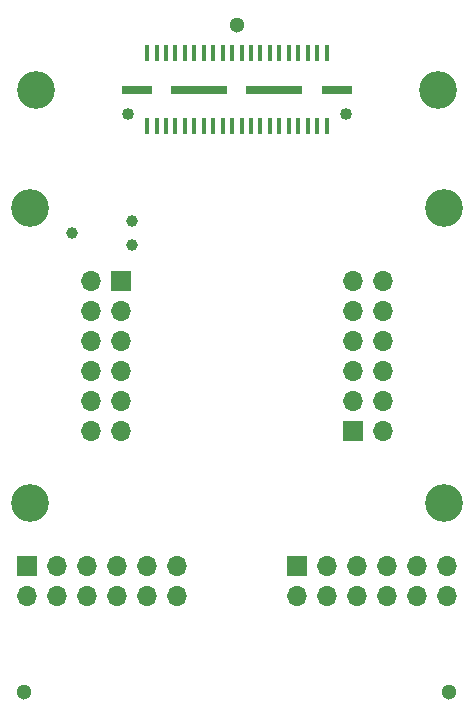
<source format=gbr>
%TF.GenerationSoftware,KiCad,Pcbnew,(5.1.9-0-10_14)*%
%TF.CreationDate,2021-01-17T14:25:06+01:00*%
%TF.ProjectId,SYZYGY-PMOD4,53595a59-4759-42d5-904d-4f44342e6b69,rev?*%
%TF.SameCoordinates,Original*%
%TF.FileFunction,Soldermask,Bot*%
%TF.FilePolarity,Negative*%
%FSLAX46Y46*%
G04 Gerber Fmt 4.6, Leading zero omitted, Abs format (unit mm)*
G04 Created by KiCad (PCBNEW (5.1.9-0-10_14)) date 2021-01-17 14:25:06*
%MOMM*%
%LPD*%
G01*
G04 APERTURE LIST*
%ADD10C,1.300000*%
%ADD11C,0.990600*%
%ADD12O,1.700000X1.700000*%
%ADD13R,1.700000X1.700000*%
%ADD14C,3.200000*%
%ADD15R,0.460000X1.450000*%
%ADD16R,2.540000X0.640000*%
%ADD17R,4.700000X0.640000*%
%ADD18C,1.016000*%
G04 APERTURE END LIST*
D10*
%TO.C,REF\u002A\u002A*%
X150000000Y-60500000D03*
%TD*%
%TO.C,REF\u002A\u002A*%
X168000000Y-117000000D03*
%TD*%
%TO.C,REF\u002A\u002A*%
X132000000Y-117000000D03*
%TD*%
D11*
%TO.C,J6*%
X136030000Y-78092500D03*
X141110000Y-79108500D03*
X141110000Y-77076500D03*
%TD*%
D12*
%TO.C,J4*%
X162340000Y-82220000D03*
X159800000Y-82220000D03*
X162340000Y-84760000D03*
X159800000Y-84760000D03*
X162340000Y-87300000D03*
X159800000Y-87300000D03*
X162340000Y-89840000D03*
X159800000Y-89840000D03*
X162340000Y-92380000D03*
X159800000Y-92380000D03*
X162340000Y-94920000D03*
D13*
X159800000Y-94920000D03*
%TD*%
D12*
%TO.C,J3*%
X137660000Y-94920000D03*
X140200000Y-94920000D03*
X137660000Y-92380000D03*
X140200000Y-92380000D03*
X137660000Y-89840000D03*
X140200000Y-89840000D03*
X137660000Y-87300000D03*
X140200000Y-87300000D03*
X137660000Y-84760000D03*
X140200000Y-84760000D03*
X137660000Y-82220000D03*
D13*
X140200000Y-82220000D03*
%TD*%
D12*
%TO.C,J2*%
X167780000Y-108840000D03*
X167780000Y-106300000D03*
X165240000Y-108840000D03*
X165240000Y-106300000D03*
X162700000Y-108840000D03*
X162700000Y-106300000D03*
X160160000Y-108840000D03*
X160160000Y-106300000D03*
X157620000Y-108840000D03*
X157620000Y-106300000D03*
X155080000Y-108840000D03*
D13*
X155080000Y-106300000D03*
%TD*%
D12*
%TO.C,J1*%
X144920000Y-108840000D03*
X144920000Y-106300000D03*
X142380000Y-108840000D03*
X142380000Y-106300000D03*
X139840000Y-108840000D03*
X139840000Y-106300000D03*
X137300000Y-108840000D03*
X137300000Y-106300000D03*
X134760000Y-108840000D03*
X134760000Y-106300000D03*
X132220000Y-108840000D03*
D13*
X132220000Y-106300000D03*
%TD*%
D14*
%TO.C,REF\u002A\u002A*%
X167500000Y-101000000D03*
%TD*%
%TO.C,REF\u002A\u002A*%
X132500000Y-101000000D03*
%TD*%
%TO.C,REF\u002A\u002A*%
X167500000Y-76000000D03*
%TD*%
%TO.C,REF\u002A\u002A*%
X132500000Y-76000000D03*
%TD*%
%TO.C,REF\u002A\u002A*%
X167000000Y-66000000D03*
%TD*%
%TO.C,REF\u002A\u002A*%
X133000000Y-66000000D03*
%TD*%
D15*
%TO.C,J5*%
X142400000Y-69090000D03*
X142400000Y-62910000D03*
X143200000Y-69090000D03*
X143200000Y-62910000D03*
X144000000Y-69090000D03*
X144000000Y-62910000D03*
X144800000Y-69090000D03*
X144800000Y-62910000D03*
X145600000Y-69090000D03*
X145600000Y-62910000D03*
X146400000Y-69090000D03*
X146400000Y-62910000D03*
X147200000Y-69090000D03*
X147200000Y-62910000D03*
X148000000Y-69090000D03*
X148000000Y-62910000D03*
X148800000Y-69090000D03*
X148800000Y-62910000D03*
X149600000Y-69090000D03*
X149600000Y-62910000D03*
X150400000Y-69090000D03*
X150400000Y-62910000D03*
X151200000Y-69090000D03*
X151200000Y-62910000D03*
X152000000Y-69090000D03*
X152000000Y-62910000D03*
X152800000Y-69090000D03*
X152800000Y-62910000D03*
X153600000Y-69090000D03*
X153600000Y-62910000D03*
X154400000Y-69090000D03*
X154400000Y-62910000D03*
X155200000Y-69090000D03*
X155200000Y-62910000D03*
X156000000Y-69090000D03*
X156000000Y-62910000D03*
X156800000Y-69090000D03*
X156800000Y-62910000D03*
X157600000Y-69090000D03*
X157600000Y-62910000D03*
D16*
X141555000Y-66000000D03*
D17*
X146825000Y-66000000D03*
X153175000Y-66000000D03*
D16*
X158445000Y-66000000D03*
D18*
X140760000Y-68040000D03*
X159240000Y-68040000D03*
%TD*%
M02*

</source>
